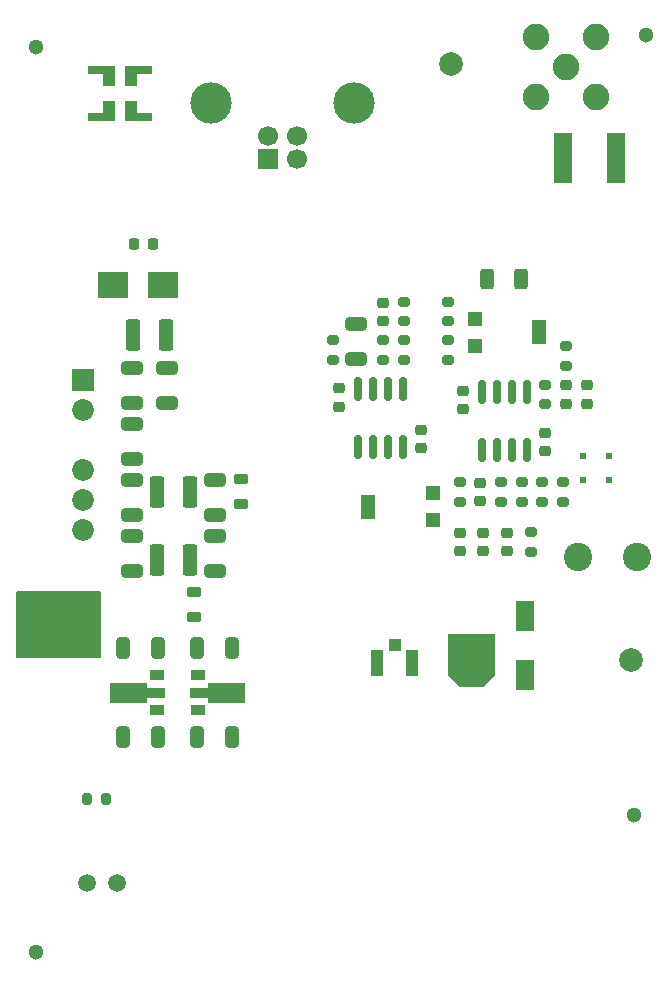
<source format=gbr>
%TF.GenerationSoftware,KiCad,Pcbnew,6.0.10-86aedd382b~118~ubuntu20.04.1*%
%TF.CreationDate,2023-01-07T18:08:36-08:00*%
%TF.ProjectId,packaged-amp,7061636b-6167-4656-942d-616d702e6b69,rev?*%
%TF.SameCoordinates,Original*%
%TF.FileFunction,Soldermask,Top*%
%TF.FilePolarity,Negative*%
%FSLAX46Y46*%
G04 Gerber Fmt 4.6, Leading zero omitted, Abs format (unit mm)*
G04 Created by KiCad (PCBNEW 6.0.10-86aedd382b~118~ubuntu20.04.1) date 2023-01-07 18:08:36*
%MOMM*%
%LPD*%
G01*
G04 APERTURE LIST*
G04 Aperture macros list*
%AMRoundRect*
0 Rectangle with rounded corners*
0 $1 Rounding radius*
0 $2 $3 $4 $5 $6 $7 $8 $9 X,Y pos of 4 corners*
0 Add a 4 corners polygon primitive as box body*
4,1,4,$2,$3,$4,$5,$6,$7,$8,$9,$2,$3,0*
0 Add four circle primitives for the rounded corners*
1,1,$1+$1,$2,$3*
1,1,$1+$1,$4,$5*
1,1,$1+$1,$6,$7*
1,1,$1+$1,$8,$9*
0 Add four rect primitives between the rounded corners*
20,1,$1+$1,$2,$3,$4,$5,0*
20,1,$1+$1,$4,$5,$6,$7,0*
20,1,$1+$1,$6,$7,$8,$9,0*
20,1,$1+$1,$8,$9,$2,$3,0*%
%AMFreePoly0*
4,1,9,3.862500,-0.866500,0.737500,-0.866500,0.737500,-0.450000,-0.737500,-0.450000,-0.737500,0.450000,0.737500,0.450000,0.737500,0.866500,3.862500,0.866500,3.862500,-0.866500,3.862500,-0.866500,$1*%
G04 Aperture macros list end*
%ADD10C,0.000000*%
%ADD11C,0.150000*%
%ADD12RoundRect,0.200000X0.275000X-0.200000X0.275000X0.200000X-0.275000X0.200000X-0.275000X-0.200000X0*%
%ADD13RoundRect,0.250000X-0.650000X0.325000X-0.650000X-0.325000X0.650000X-0.325000X0.650000X0.325000X0*%
%ADD14RoundRect,0.225000X-0.250000X0.225000X-0.250000X-0.225000X0.250000X-0.225000X0.250000X0.225000X0*%
%ADD15RoundRect,0.218750X-0.381250X0.218750X-0.381250X-0.218750X0.381250X-0.218750X0.381250X0.218750X0*%
%ADD16RoundRect,0.150000X0.150000X-0.825000X0.150000X0.825000X-0.150000X0.825000X-0.150000X-0.825000X0*%
%ADD17RoundRect,0.200000X-0.275000X0.200000X-0.275000X-0.200000X0.275000X-0.200000X0.275000X0.200000X0*%
%ADD18C,1.300000*%
%ADD19R,0.500000X0.500000*%
%ADD20RoundRect,0.250000X0.375000X1.075000X-0.375000X1.075000X-0.375000X-1.075000X0.375000X-1.075000X0*%
%ADD21RoundRect,0.250000X0.650000X-0.325000X0.650000X0.325000X-0.650000X0.325000X-0.650000X-0.325000X0*%
%ADD22RoundRect,0.250000X0.325000X0.650000X-0.325000X0.650000X-0.325000X-0.650000X0.325000X-0.650000X0*%
%ADD23C,2.000000*%
%ADD24RoundRect,0.250000X-0.375000X-1.075000X0.375000X-1.075000X0.375000X1.075000X-0.375000X1.075000X0*%
%ADD25RoundRect,0.200000X-0.200000X-0.275000X0.200000X-0.275000X0.200000X0.275000X-0.200000X0.275000X0*%
%ADD26R,1.300000X1.300000*%
%ADD27R,1.300000X2.000000*%
%ADD28R,1.700000X1.700000*%
%ADD29C,1.700000*%
%ADD30C,3.500000*%
%ADD31R,1.000000X1.050000*%
%ADD32R,1.050000X2.200000*%
%ADD33RoundRect,0.250000X0.312500X0.625000X-0.312500X0.625000X-0.312500X-0.625000X0.312500X-0.625000X0*%
%ADD34R,1.850000X1.850000*%
%ADD35C,1.850000*%
%ADD36R,1.000000X1.700000*%
%ADD37R,1.400000X0.700000*%
%ADD38R,1.500000X4.200000*%
%ADD39R,1.300000X0.900000*%
%ADD40FreePoly0,0.000000*%
%ADD41C,1.500000*%
%ADD42RoundRect,0.250000X-0.325000X-0.650000X0.325000X-0.650000X0.325000X0.650000X-0.325000X0.650000X0*%
%ADD43FreePoly0,180.000000*%
%ADD44C,2.400000*%
%ADD45C,2.250000*%
%ADD46RoundRect,0.218750X-0.218750X-0.256250X0.218750X-0.256250X0.218750X0.256250X-0.218750X0.256250X0*%
%ADD47R,2.500000X2.300000*%
G04 APERTURE END LIST*
D10*
G36*
X117750000Y-120250000D02*
G01*
X116750000Y-121250000D01*
X114750000Y-121250000D01*
X113750000Y-120250000D01*
X113750000Y-116750000D01*
X117750000Y-116750000D01*
X117750000Y-120250000D01*
G37*
D11*
X77250000Y-113250000D02*
X84250000Y-113250000D01*
X84250000Y-113250000D02*
X84250000Y-118750000D01*
X84250000Y-118750000D02*
X77250000Y-118750000D01*
X77250000Y-118750000D02*
X77250000Y-113250000D01*
G36*
X77250000Y-113250000D02*
G01*
X84250000Y-113250000D01*
X84250000Y-118750000D01*
X77250000Y-118750000D01*
X77250000Y-113250000D01*
G37*
%TO.C,E2*%
G36*
X119500000Y-121500000D02*
G01*
X121000000Y-121500000D01*
X121000000Y-119000000D01*
X119500000Y-119000000D01*
X119500000Y-121500000D01*
G37*
%TO.C,E1*%
G36*
X121000000Y-114000000D02*
G01*
X119500000Y-114000000D01*
X119500000Y-116500000D01*
X121000000Y-116500000D01*
X121000000Y-114000000D01*
G37*
%TD*%
D12*
%TO.C,R2*%
X123500000Y-105575000D03*
X123500000Y-103925000D03*
%TD*%
D13*
%TO.C,C7*%
X87000000Y-94275000D03*
X87000000Y-97225000D03*
%TD*%
D14*
%TO.C,C1*%
X104500000Y-95975000D03*
X104500000Y-97525000D03*
%TD*%
D15*
%TO.C,FB1*%
X92250000Y-113187500D03*
X92250000Y-115312500D03*
%TD*%
D16*
%TO.C,U1*%
X106095000Y-100975000D03*
X107365000Y-100975000D03*
X108635000Y-100975000D03*
X109905000Y-100975000D03*
X109905000Y-96025000D03*
X108635000Y-96025000D03*
X107365000Y-96025000D03*
X106095000Y-96025000D03*
%TD*%
D14*
%TO.C,C6*%
X114750000Y-108225000D03*
X114750000Y-109775000D03*
%TD*%
D12*
%TO.C,R1*%
X120750000Y-109825000D03*
X120750000Y-108175000D03*
%TD*%
D17*
%TO.C,R12*%
X110000000Y-91925000D03*
X110000000Y-93575000D03*
%TD*%
D18*
%TO.C,H2*%
X78900000Y-143700000D03*
%TD*%
D19*
%TO.C,D2*%
X127350000Y-101750000D03*
X125150000Y-101750000D03*
%TD*%
D20*
%TO.C,L2*%
X89900000Y-91500000D03*
X87100000Y-91500000D03*
%TD*%
D13*
%TO.C,C5*%
X90000000Y-94275000D03*
X90000000Y-97225000D03*
%TD*%
D21*
%TO.C,C17*%
X106000000Y-93475000D03*
X106000000Y-90525000D03*
%TD*%
D22*
%TO.C,C24*%
X95475000Y-125500000D03*
X92525000Y-125500000D03*
%TD*%
D17*
%TO.C,R8*%
X122000000Y-95675000D03*
X122000000Y-97325000D03*
%TD*%
D12*
%TO.C,R13*%
X123749500Y-94075000D03*
X123749500Y-92425000D03*
%TD*%
D14*
%TO.C,C14*%
X116500000Y-103975000D03*
X116500000Y-105525000D03*
%TD*%
D21*
%TO.C,C12*%
X87000000Y-111475000D03*
X87000000Y-108525000D03*
%TD*%
D23*
%TO.C,TP1*%
X114000000Y-68500000D03*
%TD*%
D22*
%TO.C,C23*%
X89225000Y-125500000D03*
X86275000Y-125500000D03*
%TD*%
D12*
%TO.C,R9*%
X108250000Y-93575000D03*
X108250000Y-91925000D03*
%TD*%
D22*
%TO.C,C20*%
X89225000Y-118000000D03*
X86275000Y-118000000D03*
%TD*%
D12*
%TO.C,R14*%
X113749500Y-93575000D03*
X113749500Y-91925000D03*
%TD*%
D24*
%TO.C,L3*%
X89100000Y-110500000D03*
X91900000Y-110500000D03*
%TD*%
D14*
%TO.C,C22*%
X125500000Y-95725000D03*
X125500000Y-97275000D03*
%TD*%
D25*
%TO.C,R17*%
X83175000Y-130750000D03*
X84825000Y-130750000D03*
%TD*%
D14*
%TO.C,C3*%
X115000000Y-96225000D03*
X115000000Y-97775000D03*
%TD*%
D26*
%TO.C,RV1*%
X112500000Y-107150000D03*
D27*
X107000000Y-106000000D03*
D26*
X112500000Y-104850000D03*
%TD*%
D12*
%TO.C,R3*%
X118250000Y-105575000D03*
X118250000Y-103925000D03*
%TD*%
%TO.C,R15*%
X113749500Y-90325000D03*
X113749500Y-88675000D03*
%TD*%
D28*
%TO.C,J1*%
X98500000Y-76577500D03*
D29*
X101000000Y-76577500D03*
X101000000Y-74577500D03*
X98500000Y-74577500D03*
D30*
X93730000Y-71867500D03*
X105770000Y-71867500D03*
%TD*%
D18*
%TO.C,H4*%
X129500000Y-132150000D03*
%TD*%
D31*
%TO.C,J2*%
X109250000Y-117700000D03*
D32*
X110725000Y-119225000D03*
X107775000Y-119225000D03*
%TD*%
D14*
%TO.C,C19*%
X108250000Y-88725000D03*
X108250000Y-90275000D03*
%TD*%
D33*
%TO.C,R16*%
X119962000Y-86750000D03*
X117037000Y-86750000D03*
%TD*%
D13*
%TO.C,C9*%
X87000000Y-99025000D03*
X87000000Y-101975000D03*
%TD*%
D21*
%TO.C,C16*%
X94000000Y-106725000D03*
X94000000Y-103775000D03*
%TD*%
D14*
%TO.C,C8*%
X116750000Y-108225000D03*
X116750000Y-109775000D03*
%TD*%
D34*
%TO.C,PS1*%
X82850000Y-95290000D03*
D35*
X82850000Y-97830000D03*
X82850000Y-102910000D03*
X82850000Y-105450000D03*
X82850000Y-107990000D03*
%TD*%
D12*
%TO.C,R4*%
X120000000Y-105575000D03*
X120000000Y-103925000D03*
%TD*%
D23*
%TO.C,TP2*%
X129250000Y-119000000D03*
%TD*%
D18*
%TO.C,H5*%
X130500000Y-66050000D03*
%TD*%
D17*
%TO.C,R10*%
X110000000Y-88675000D03*
X110000000Y-90325000D03*
%TD*%
D36*
%TO.C,L1*%
X86950000Y-72500000D03*
D37*
X88050000Y-73000000D03*
D36*
X85050000Y-72500000D03*
D37*
X83950000Y-73000000D03*
D36*
X86950000Y-69500000D03*
D37*
X88050000Y-69000000D03*
D36*
X85050000Y-69500000D03*
D37*
X83950000Y-69000000D03*
%TD*%
D38*
%TO.C,GD1*%
X123500000Y-76500000D03*
X128000000Y-76500000D03*
%TD*%
D39*
%TO.C,U4*%
X92600000Y-120250000D03*
D40*
X92687500Y-121750000D03*
D39*
X92600000Y-123250000D03*
%TD*%
D14*
%TO.C,C2*%
X111500000Y-99475000D03*
X111500000Y-101025000D03*
%TD*%
D21*
%TO.C,C13*%
X87000000Y-106725000D03*
X87000000Y-103775000D03*
%TD*%
D12*
%TO.C,R5*%
X121750000Y-105575000D03*
X121750000Y-103925000D03*
%TD*%
D41*
%TO.C,D4*%
X85770000Y-137900000D03*
X83230000Y-137900000D03*
%TD*%
D24*
%TO.C,L4*%
X89100000Y-104750000D03*
X91900000Y-104750000D03*
%TD*%
D42*
%TO.C,C21*%
X92525000Y-118000000D03*
X95475000Y-118000000D03*
%TD*%
D16*
%TO.C,U2*%
X116595000Y-101225000D03*
X117865000Y-101225000D03*
X119135000Y-101225000D03*
X120405000Y-101225000D03*
X120405000Y-96275000D03*
X119135000Y-96275000D03*
X117865000Y-96275000D03*
X116595000Y-96275000D03*
%TD*%
D15*
%TO.C,FB2*%
X96250000Y-103687500D03*
X96250000Y-105812500D03*
%TD*%
D39*
%TO.C,U3*%
X89150000Y-123250000D03*
D43*
X89062500Y-121750000D03*
D39*
X89150000Y-120250000D03*
%TD*%
D17*
%TO.C,R7*%
X104000000Y-91925000D03*
X104000000Y-93575000D03*
%TD*%
D44*
%TO.C,C11*%
X129750000Y-110249993D03*
X124750000Y-110249993D03*
%TD*%
D14*
%TO.C,C18*%
X123750000Y-95725000D03*
X123750000Y-97275000D03*
%TD*%
D18*
%TO.C,H3*%
X78900000Y-67050000D03*
%TD*%
D26*
%TO.C,RV2*%
X115999500Y-90100000D03*
D27*
X121499500Y-91250000D03*
D26*
X115999500Y-92400000D03*
%TD*%
D17*
%TO.C,R6*%
X114750000Y-103925000D03*
X114750000Y-105575000D03*
%TD*%
D19*
%TO.C,D3*%
X125150000Y-103750000D03*
X127350000Y-103750000D03*
%TD*%
D45*
%TO.C,J3*%
X123750000Y-68750000D03*
X126290000Y-71290000D03*
X121210000Y-71290000D03*
X121210000Y-66210000D03*
X126290000Y-66210000D03*
%TD*%
D14*
%TO.C,C10*%
X118750000Y-108225000D03*
X118750000Y-109775000D03*
%TD*%
%TO.C,C4*%
X122000000Y-99725000D03*
X122000000Y-101275000D03*
%TD*%
D46*
%TO.C,F1*%
X87212500Y-83750000D03*
X88787500Y-83750000D03*
%TD*%
D21*
%TO.C,C15*%
X94000000Y-111475000D03*
X94000000Y-108525000D03*
%TD*%
D47*
%TO.C,D1*%
X89650000Y-87250000D03*
X85350000Y-87250000D03*
%TD*%
M02*

</source>
